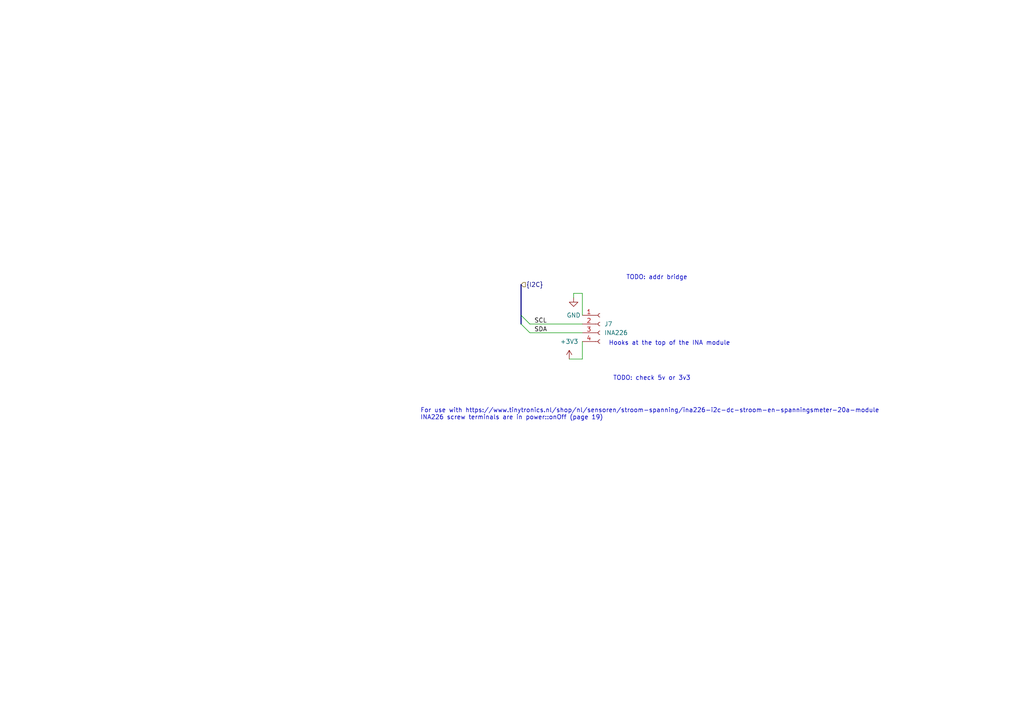
<source format=kicad_sch>
(kicad_sch (version 20230121) (generator eeschema)
  (paper "A4")
  (lib_symbols
    (symbol "Connector:Conn_01x04_Socket" (pin_names (offset 1.016) hide)
      (property "Reference" "J" (at 0 5.08 0))
      (property "Value" "Conn_01x04_Socket" (at 0 -7.62 0))
      (symbol "Conn_01x04_Socket_1_1"
        (arc (start 0 -4.572) (mid -0.5058 -5.08) (end 0 -5.588) (stroke (width 0.1524)))
        (arc (start 0 -2.032) (mid -0.5058 -2.54) (end 0 -3.048) (stroke (width 0.1524)))
        (polyline (pts (xy -1.27 -5.08) (xy -0.508 -5.08)) (stroke (width 0.1524)))
        (polyline (pts (xy -1.27 -2.54) (xy -0.508 -2.54)) (stroke (width 0.1524)))
        (polyline (pts (xy -1.27 0) (xy -0.508 0)) (stroke (width 0.1524)))
        (polyline (pts (xy -1.27 2.54) (xy -0.508 2.54)) (stroke (width 0.1524)))
        (arc (start 0 0.508) (mid -0.5058 0) (end 0 -0.508) (stroke (width 0.1524)))
        (arc (start 0 3.048) (mid -0.5058 2.54) (end 0 2.032) (stroke (width 0.1524)))
        (pin passive line (at -5.08 2.54 0) (length 3.81) (name "Pin_1") (number "1"))
        (pin passive line (at -5.08 0 0) (length 3.81) (name "Pin_2") (number "2"))
        (pin passive line (at -5.08 -2.54 0) (length 3.81) (name "Pin_3") (number "3"))
        (pin passive line (at -5.08 -5.08 0) (length 3.81) (name "Pin_4") (number "4"))
      )
    )
    (symbol "power:+3V3" (power) (pin_names (offset 0))
      (property "Value" "+3V3" (at 0 3.556 0))
      (symbol "+3V3_0_1"
        (polyline (pts (xy -0.762 1.27) (xy 0 2.54)))
        (polyline (pts (xy 0 0) (xy 0 2.54)))
        (polyline (pts (xy 0 2.54) (xy 0.762 1.27)))
      )
      (symbol "+3V3_1_1"
        (pin power_in line (at 0 0 90) (length 0) hide (name "+3V3") (number "1"))
      )
    )
    (symbol "power:GND" (power) (pin_names (offset 0))
      (property "Value" "GND" (at 0 -3.81 0))
      (symbol "GND_0_1"
        (polyline (pts (xy 0 0) (xy 0 -1.27) (xy 1.27 -1.27) (xy 0 -2.54) (xy -1.27 -1.27) (xy 0 -1.27)))
      )
      (symbol "GND_1_1"
        (pin power_in line (at 0 0 270) (length 0) hide (name "GND") (number "1"))
      )
    )
  )
  (bus_entry (at 151.13 91.44) (size 2.54 2.54))
  (bus_entry (at 151.13 93.98) (size 2.54 2.54))
  (bus (pts (xy 151.13 82.55) (xy 151.13 91.44)))
  (wire (pts (xy 166.37 85.09) (xy 168.91 85.09)))
  (wire (pts (xy 153.67 93.98) (xy 168.91 93.98)))
  (wire (pts (xy 168.91 85.09) (xy 168.91 91.44)))
  (wire (pts (xy 153.67 96.52) (xy 168.91 96.52)))
  (wire (pts (xy 165.1 104.14) (xy 168.91 104.14)))
  (wire (pts (xy 166.37 85.09) (xy 166.37 86.36)))
  (bus (pts (xy 151.13 91.44) (xy 151.13 93.98)))
  (wire (pts (xy 168.91 104.14) (xy 168.91 99.06)))
  (text "TODO: addr bridge" (at 181.61 81.28 0) (effects (font (size 1.27 1.27)) (justify left bottom)))
  (text "TODO: check 5v or 3v3\n" (at 177.8 110.49 0) (effects (font (size 1.27 1.27)) (justify left bottom)))
  (text "Hooks at the top of the INA module\n" (at 176.53 100.33 0) (effects (font (size 1.27 1.27)) (justify left bottom)))
  (text "For use with https://www.tinytronics.nl/shop/nl/sensoren/stroom-spanning/ina226-i2c-dc-stroom-en-spanningsmeter-20a-module\nINA226 screw terminals are in power::onOff (page 19)\n" (at 121.92 121.92 0) (effects (font (size 1.27 1.27)) (justify left bottom)))
  (label "SDA" (at 154.94 96.52 0))
  (label "SCL" (at 154.94 93.98 0))
  (hierarchical_label "{I2C}" (shape input) (at 151.13 82.55 0))
  (symbol (lib_id "power:GND") (at 166.37 86.36 0) (unit 1)
    (property "Reference" "#PWR018" (effects hide))
    (property "Value" "GND" (at 166.37 91.44 0))
  )
  (symbol (lib_id "Connector:Conn_01x04_Socket") (at 173.99 93.98 0) (unit 1)
    (property "Reference" "J7" (at 175.26 93.98 0) (effects (justify left)))
    (property "Value" "INA226" (at 175.26 96.52 0) (effects (justify left)))
    (property "Footprint" "Connector_JST:JST_XH_B4B-XH-A_1x04_P2.50mm_Vertical" (effects hide))
  )
  (symbol (lib_id "power:+3V3") (at 165.1 104.14 0) (unit 1)
    (property "Reference" "#PWR017" (effects hide))
    (property "Value" "+3V3" (at 165.1 99.06 0))
  )
)
</source>
